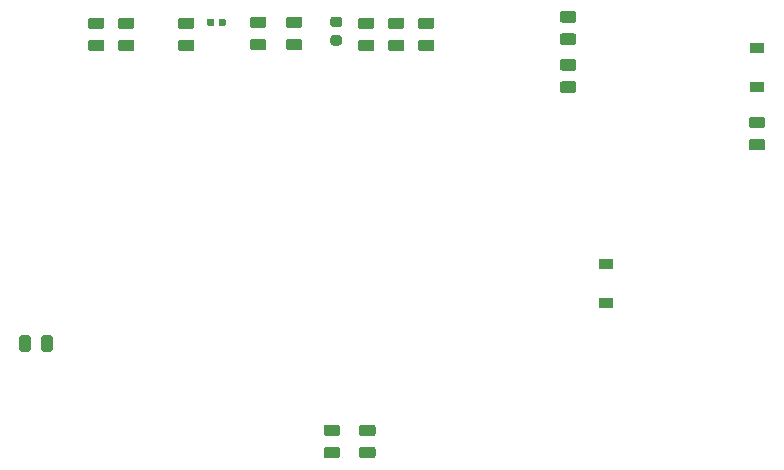
<source format=gbr>
G04 #@! TF.GenerationSoftware,KiCad,Pcbnew,(5.1.5)-3*
G04 #@! TF.CreationDate,2021-12-13T15:39:07+00:00*
G04 #@! TF.ProjectId,drumkid,6472756d-6b69-4642-9e6b-696361645f70,rev?*
G04 #@! TF.SameCoordinates,Original*
G04 #@! TF.FileFunction,Paste,Bot*
G04 #@! TF.FilePolarity,Positive*
%FSLAX46Y46*%
G04 Gerber Fmt 4.6, Leading zero omitted, Abs format (unit mm)*
G04 Created by KiCad (PCBNEW (5.1.5)-3) date 2021-12-13 15:39:07*
%MOMM*%
%LPD*%
G04 APERTURE LIST*
%ADD10C,0.100000*%
%ADD11R,1.200000X0.900000*%
G04 APERTURE END LIST*
D10*
G36*
X74140142Y-113989174D02*
G01*
X74163803Y-113992684D01*
X74187007Y-113998496D01*
X74209529Y-114006554D01*
X74231153Y-114016782D01*
X74251670Y-114029079D01*
X74270883Y-114043329D01*
X74288607Y-114059393D01*
X74304671Y-114077117D01*
X74318921Y-114096330D01*
X74331218Y-114116847D01*
X74341446Y-114138471D01*
X74349504Y-114160993D01*
X74355316Y-114184197D01*
X74358826Y-114207858D01*
X74360000Y-114231750D01*
X74360000Y-114719250D01*
X74358826Y-114743142D01*
X74355316Y-114766803D01*
X74349504Y-114790007D01*
X74341446Y-114812529D01*
X74331218Y-114834153D01*
X74318921Y-114854670D01*
X74304671Y-114873883D01*
X74288607Y-114891607D01*
X74270883Y-114907671D01*
X74251670Y-114921921D01*
X74231153Y-114934218D01*
X74209529Y-114944446D01*
X74187007Y-114952504D01*
X74163803Y-114958316D01*
X74140142Y-114961826D01*
X74116250Y-114963000D01*
X73203750Y-114963000D01*
X73179858Y-114961826D01*
X73156197Y-114958316D01*
X73132993Y-114952504D01*
X73110471Y-114944446D01*
X73088847Y-114934218D01*
X73068330Y-114921921D01*
X73049117Y-114907671D01*
X73031393Y-114891607D01*
X73015329Y-114873883D01*
X73001079Y-114854670D01*
X72988782Y-114834153D01*
X72978554Y-114812529D01*
X72970496Y-114790007D01*
X72964684Y-114766803D01*
X72961174Y-114743142D01*
X72960000Y-114719250D01*
X72960000Y-114231750D01*
X72961174Y-114207858D01*
X72964684Y-114184197D01*
X72970496Y-114160993D01*
X72978554Y-114138471D01*
X72988782Y-114116847D01*
X73001079Y-114096330D01*
X73015329Y-114077117D01*
X73031393Y-114059393D01*
X73049117Y-114043329D01*
X73068330Y-114029079D01*
X73088847Y-114016782D01*
X73110471Y-114006554D01*
X73132993Y-113998496D01*
X73156197Y-113992684D01*
X73179858Y-113989174D01*
X73203750Y-113988000D01*
X74116250Y-113988000D01*
X74140142Y-113989174D01*
G37*
G36*
X74140142Y-112114174D02*
G01*
X74163803Y-112117684D01*
X74187007Y-112123496D01*
X74209529Y-112131554D01*
X74231153Y-112141782D01*
X74251670Y-112154079D01*
X74270883Y-112168329D01*
X74288607Y-112184393D01*
X74304671Y-112202117D01*
X74318921Y-112221330D01*
X74331218Y-112241847D01*
X74341446Y-112263471D01*
X74349504Y-112285993D01*
X74355316Y-112309197D01*
X74358826Y-112332858D01*
X74360000Y-112356750D01*
X74360000Y-112844250D01*
X74358826Y-112868142D01*
X74355316Y-112891803D01*
X74349504Y-112915007D01*
X74341446Y-112937529D01*
X74331218Y-112959153D01*
X74318921Y-112979670D01*
X74304671Y-112998883D01*
X74288607Y-113016607D01*
X74270883Y-113032671D01*
X74251670Y-113046921D01*
X74231153Y-113059218D01*
X74209529Y-113069446D01*
X74187007Y-113077504D01*
X74163803Y-113083316D01*
X74140142Y-113086826D01*
X74116250Y-113088000D01*
X73203750Y-113088000D01*
X73179858Y-113086826D01*
X73156197Y-113083316D01*
X73132993Y-113077504D01*
X73110471Y-113069446D01*
X73088847Y-113059218D01*
X73068330Y-113046921D01*
X73049117Y-113032671D01*
X73031393Y-113016607D01*
X73015329Y-112998883D01*
X73001079Y-112979670D01*
X72988782Y-112959153D01*
X72978554Y-112937529D01*
X72970496Y-112915007D01*
X72964684Y-112891803D01*
X72961174Y-112868142D01*
X72960000Y-112844250D01*
X72960000Y-112356750D01*
X72961174Y-112332858D01*
X72964684Y-112309197D01*
X72970496Y-112285993D01*
X72978554Y-112263471D01*
X72988782Y-112241847D01*
X73001079Y-112221330D01*
X73015329Y-112202117D01*
X73031393Y-112184393D01*
X73049117Y-112168329D01*
X73068330Y-112154079D01*
X73088847Y-112141782D01*
X73110471Y-112131554D01*
X73132993Y-112123496D01*
X73156197Y-112117684D01*
X73179858Y-112114174D01*
X73203750Y-112113000D01*
X74116250Y-112113000D01*
X74140142Y-112114174D01*
G37*
G36*
X83284142Y-112035674D02*
G01*
X83307803Y-112039184D01*
X83331007Y-112044996D01*
X83353529Y-112053054D01*
X83375153Y-112063282D01*
X83395670Y-112075579D01*
X83414883Y-112089829D01*
X83432607Y-112105893D01*
X83448671Y-112123617D01*
X83462921Y-112142830D01*
X83475218Y-112163347D01*
X83485446Y-112184971D01*
X83493504Y-112207493D01*
X83499316Y-112230697D01*
X83502826Y-112254358D01*
X83504000Y-112278250D01*
X83504000Y-112765750D01*
X83502826Y-112789642D01*
X83499316Y-112813303D01*
X83493504Y-112836507D01*
X83485446Y-112859029D01*
X83475218Y-112880653D01*
X83462921Y-112901170D01*
X83448671Y-112920383D01*
X83432607Y-112938107D01*
X83414883Y-112954171D01*
X83395670Y-112968421D01*
X83375153Y-112980718D01*
X83353529Y-112990946D01*
X83331007Y-112999004D01*
X83307803Y-113004816D01*
X83284142Y-113008326D01*
X83260250Y-113009500D01*
X82347750Y-113009500D01*
X82323858Y-113008326D01*
X82300197Y-113004816D01*
X82276993Y-112999004D01*
X82254471Y-112990946D01*
X82232847Y-112980718D01*
X82212330Y-112968421D01*
X82193117Y-112954171D01*
X82175393Y-112938107D01*
X82159329Y-112920383D01*
X82145079Y-112901170D01*
X82132782Y-112880653D01*
X82122554Y-112859029D01*
X82114496Y-112836507D01*
X82108684Y-112813303D01*
X82105174Y-112789642D01*
X82104000Y-112765750D01*
X82104000Y-112278250D01*
X82105174Y-112254358D01*
X82108684Y-112230697D01*
X82114496Y-112207493D01*
X82122554Y-112184971D01*
X82132782Y-112163347D01*
X82145079Y-112142830D01*
X82159329Y-112123617D01*
X82175393Y-112105893D01*
X82193117Y-112089829D01*
X82212330Y-112075579D01*
X82232847Y-112063282D01*
X82254471Y-112053054D01*
X82276993Y-112044996D01*
X82300197Y-112039184D01*
X82323858Y-112035674D01*
X82347750Y-112034500D01*
X83260250Y-112034500D01*
X83284142Y-112035674D01*
G37*
G36*
X83284142Y-113910674D02*
G01*
X83307803Y-113914184D01*
X83331007Y-113919996D01*
X83353529Y-113928054D01*
X83375153Y-113938282D01*
X83395670Y-113950579D01*
X83414883Y-113964829D01*
X83432607Y-113980893D01*
X83448671Y-113998617D01*
X83462921Y-114017830D01*
X83475218Y-114038347D01*
X83485446Y-114059971D01*
X83493504Y-114082493D01*
X83499316Y-114105697D01*
X83502826Y-114129358D01*
X83504000Y-114153250D01*
X83504000Y-114640750D01*
X83502826Y-114664642D01*
X83499316Y-114688303D01*
X83493504Y-114711507D01*
X83485446Y-114734029D01*
X83475218Y-114755653D01*
X83462921Y-114776170D01*
X83448671Y-114795383D01*
X83432607Y-114813107D01*
X83414883Y-114829171D01*
X83395670Y-114843421D01*
X83375153Y-114855718D01*
X83353529Y-114865946D01*
X83331007Y-114874004D01*
X83307803Y-114879816D01*
X83284142Y-114883326D01*
X83260250Y-114884500D01*
X82347750Y-114884500D01*
X82323858Y-114883326D01*
X82300197Y-114879816D01*
X82276993Y-114874004D01*
X82254471Y-114865946D01*
X82232847Y-114855718D01*
X82212330Y-114843421D01*
X82193117Y-114829171D01*
X82175393Y-114813107D01*
X82159329Y-114795383D01*
X82145079Y-114776170D01*
X82132782Y-114755653D01*
X82122554Y-114734029D01*
X82114496Y-114711507D01*
X82108684Y-114688303D01*
X82105174Y-114664642D01*
X82104000Y-114640750D01*
X82104000Y-114153250D01*
X82105174Y-114129358D01*
X82108684Y-114105697D01*
X82114496Y-114082493D01*
X82122554Y-114059971D01*
X82132782Y-114038347D01*
X82145079Y-114017830D01*
X82159329Y-113998617D01*
X82175393Y-113980893D01*
X82193117Y-113964829D01*
X82212330Y-113950579D01*
X82232847Y-113938282D01*
X82254471Y-113928054D01*
X82276993Y-113919996D01*
X82300197Y-113914184D01*
X82323858Y-113910674D01*
X82347750Y-113909500D01*
X83260250Y-113909500D01*
X83284142Y-113910674D01*
G37*
G36*
X80236142Y-113910674D02*
G01*
X80259803Y-113914184D01*
X80283007Y-113919996D01*
X80305529Y-113928054D01*
X80327153Y-113938282D01*
X80347670Y-113950579D01*
X80366883Y-113964829D01*
X80384607Y-113980893D01*
X80400671Y-113998617D01*
X80414921Y-114017830D01*
X80427218Y-114038347D01*
X80437446Y-114059971D01*
X80445504Y-114082493D01*
X80451316Y-114105697D01*
X80454826Y-114129358D01*
X80456000Y-114153250D01*
X80456000Y-114640750D01*
X80454826Y-114664642D01*
X80451316Y-114688303D01*
X80445504Y-114711507D01*
X80437446Y-114734029D01*
X80427218Y-114755653D01*
X80414921Y-114776170D01*
X80400671Y-114795383D01*
X80384607Y-114813107D01*
X80366883Y-114829171D01*
X80347670Y-114843421D01*
X80327153Y-114855718D01*
X80305529Y-114865946D01*
X80283007Y-114874004D01*
X80259803Y-114879816D01*
X80236142Y-114883326D01*
X80212250Y-114884500D01*
X79299750Y-114884500D01*
X79275858Y-114883326D01*
X79252197Y-114879816D01*
X79228993Y-114874004D01*
X79206471Y-114865946D01*
X79184847Y-114855718D01*
X79164330Y-114843421D01*
X79145117Y-114829171D01*
X79127393Y-114813107D01*
X79111329Y-114795383D01*
X79097079Y-114776170D01*
X79084782Y-114755653D01*
X79074554Y-114734029D01*
X79066496Y-114711507D01*
X79060684Y-114688303D01*
X79057174Y-114664642D01*
X79056000Y-114640750D01*
X79056000Y-114153250D01*
X79057174Y-114129358D01*
X79060684Y-114105697D01*
X79066496Y-114082493D01*
X79074554Y-114059971D01*
X79084782Y-114038347D01*
X79097079Y-114017830D01*
X79111329Y-113998617D01*
X79127393Y-113980893D01*
X79145117Y-113964829D01*
X79164330Y-113950579D01*
X79184847Y-113938282D01*
X79206471Y-113928054D01*
X79228993Y-113919996D01*
X79252197Y-113914184D01*
X79275858Y-113910674D01*
X79299750Y-113909500D01*
X80212250Y-113909500D01*
X80236142Y-113910674D01*
G37*
G36*
X80236142Y-112035674D02*
G01*
X80259803Y-112039184D01*
X80283007Y-112044996D01*
X80305529Y-112053054D01*
X80327153Y-112063282D01*
X80347670Y-112075579D01*
X80366883Y-112089829D01*
X80384607Y-112105893D01*
X80400671Y-112123617D01*
X80414921Y-112142830D01*
X80427218Y-112163347D01*
X80437446Y-112184971D01*
X80445504Y-112207493D01*
X80451316Y-112230697D01*
X80454826Y-112254358D01*
X80456000Y-112278250D01*
X80456000Y-112765750D01*
X80454826Y-112789642D01*
X80451316Y-112813303D01*
X80445504Y-112836507D01*
X80437446Y-112859029D01*
X80427218Y-112880653D01*
X80414921Y-112901170D01*
X80400671Y-112920383D01*
X80384607Y-112938107D01*
X80366883Y-112954171D01*
X80347670Y-112968421D01*
X80327153Y-112980718D01*
X80305529Y-112990946D01*
X80283007Y-112999004D01*
X80259803Y-113004816D01*
X80236142Y-113008326D01*
X80212250Y-113009500D01*
X79299750Y-113009500D01*
X79275858Y-113008326D01*
X79252197Y-113004816D01*
X79228993Y-112999004D01*
X79206471Y-112990946D01*
X79184847Y-112980718D01*
X79164330Y-112968421D01*
X79145117Y-112954171D01*
X79127393Y-112938107D01*
X79111329Y-112920383D01*
X79097079Y-112901170D01*
X79084782Y-112880653D01*
X79074554Y-112859029D01*
X79066496Y-112836507D01*
X79060684Y-112813303D01*
X79057174Y-112789642D01*
X79056000Y-112765750D01*
X79056000Y-112278250D01*
X79057174Y-112254358D01*
X79060684Y-112230697D01*
X79066496Y-112207493D01*
X79074554Y-112184971D01*
X79084782Y-112163347D01*
X79097079Y-112142830D01*
X79111329Y-112123617D01*
X79127393Y-112105893D01*
X79145117Y-112089829D01*
X79164330Y-112075579D01*
X79184847Y-112063282D01*
X79206471Y-112053054D01*
X79228993Y-112044996D01*
X79252197Y-112039184D01*
X79275858Y-112035674D01*
X79299750Y-112034500D01*
X80212250Y-112034500D01*
X80236142Y-112035674D01*
G37*
G36*
X89480142Y-148451174D02*
G01*
X89503803Y-148454684D01*
X89527007Y-148460496D01*
X89549529Y-148468554D01*
X89571153Y-148478782D01*
X89591670Y-148491079D01*
X89610883Y-148505329D01*
X89628607Y-148521393D01*
X89644671Y-148539117D01*
X89658921Y-148558330D01*
X89671218Y-148578847D01*
X89681446Y-148600471D01*
X89689504Y-148622993D01*
X89695316Y-148646197D01*
X89698826Y-148669858D01*
X89700000Y-148693750D01*
X89700000Y-149181250D01*
X89698826Y-149205142D01*
X89695316Y-149228803D01*
X89689504Y-149252007D01*
X89681446Y-149274529D01*
X89671218Y-149296153D01*
X89658921Y-149316670D01*
X89644671Y-149335883D01*
X89628607Y-149353607D01*
X89610883Y-149369671D01*
X89591670Y-149383921D01*
X89571153Y-149396218D01*
X89549529Y-149406446D01*
X89527007Y-149414504D01*
X89503803Y-149420316D01*
X89480142Y-149423826D01*
X89456250Y-149425000D01*
X88543750Y-149425000D01*
X88519858Y-149423826D01*
X88496197Y-149420316D01*
X88472993Y-149414504D01*
X88450471Y-149406446D01*
X88428847Y-149396218D01*
X88408330Y-149383921D01*
X88389117Y-149369671D01*
X88371393Y-149353607D01*
X88355329Y-149335883D01*
X88341079Y-149316670D01*
X88328782Y-149296153D01*
X88318554Y-149274529D01*
X88310496Y-149252007D01*
X88304684Y-149228803D01*
X88301174Y-149205142D01*
X88300000Y-149181250D01*
X88300000Y-148693750D01*
X88301174Y-148669858D01*
X88304684Y-148646197D01*
X88310496Y-148622993D01*
X88318554Y-148600471D01*
X88328782Y-148578847D01*
X88341079Y-148558330D01*
X88355329Y-148539117D01*
X88371393Y-148521393D01*
X88389117Y-148505329D01*
X88408330Y-148491079D01*
X88428847Y-148478782D01*
X88450471Y-148468554D01*
X88472993Y-148460496D01*
X88496197Y-148454684D01*
X88519858Y-148451174D01*
X88543750Y-148450000D01*
X89456250Y-148450000D01*
X89480142Y-148451174D01*
G37*
G36*
X89480142Y-146576174D02*
G01*
X89503803Y-146579684D01*
X89527007Y-146585496D01*
X89549529Y-146593554D01*
X89571153Y-146603782D01*
X89591670Y-146616079D01*
X89610883Y-146630329D01*
X89628607Y-146646393D01*
X89644671Y-146664117D01*
X89658921Y-146683330D01*
X89671218Y-146703847D01*
X89681446Y-146725471D01*
X89689504Y-146747993D01*
X89695316Y-146771197D01*
X89698826Y-146794858D01*
X89700000Y-146818750D01*
X89700000Y-147306250D01*
X89698826Y-147330142D01*
X89695316Y-147353803D01*
X89689504Y-147377007D01*
X89681446Y-147399529D01*
X89671218Y-147421153D01*
X89658921Y-147441670D01*
X89644671Y-147460883D01*
X89628607Y-147478607D01*
X89610883Y-147494671D01*
X89591670Y-147508921D01*
X89571153Y-147521218D01*
X89549529Y-147531446D01*
X89527007Y-147539504D01*
X89503803Y-147545316D01*
X89480142Y-147548826D01*
X89456250Y-147550000D01*
X88543750Y-147550000D01*
X88519858Y-147548826D01*
X88496197Y-147545316D01*
X88472993Y-147539504D01*
X88450471Y-147531446D01*
X88428847Y-147521218D01*
X88408330Y-147508921D01*
X88389117Y-147494671D01*
X88371393Y-147478607D01*
X88355329Y-147460883D01*
X88341079Y-147441670D01*
X88328782Y-147421153D01*
X88318554Y-147399529D01*
X88310496Y-147377007D01*
X88304684Y-147353803D01*
X88301174Y-147330142D01*
X88300000Y-147306250D01*
X88300000Y-146818750D01*
X88301174Y-146794858D01*
X88304684Y-146771197D01*
X88310496Y-146747993D01*
X88318554Y-146725471D01*
X88328782Y-146703847D01*
X88341079Y-146683330D01*
X88355329Y-146664117D01*
X88371393Y-146646393D01*
X88389117Y-146630329D01*
X88408330Y-146616079D01*
X88428847Y-146603782D01*
X88450471Y-146593554D01*
X88472993Y-146585496D01*
X88496197Y-146579684D01*
X88519858Y-146576174D01*
X88543750Y-146575000D01*
X89456250Y-146575000D01*
X89480142Y-146576174D01*
G37*
G36*
X86480142Y-148451174D02*
G01*
X86503803Y-148454684D01*
X86527007Y-148460496D01*
X86549529Y-148468554D01*
X86571153Y-148478782D01*
X86591670Y-148491079D01*
X86610883Y-148505329D01*
X86628607Y-148521393D01*
X86644671Y-148539117D01*
X86658921Y-148558330D01*
X86671218Y-148578847D01*
X86681446Y-148600471D01*
X86689504Y-148622993D01*
X86695316Y-148646197D01*
X86698826Y-148669858D01*
X86700000Y-148693750D01*
X86700000Y-149181250D01*
X86698826Y-149205142D01*
X86695316Y-149228803D01*
X86689504Y-149252007D01*
X86681446Y-149274529D01*
X86671218Y-149296153D01*
X86658921Y-149316670D01*
X86644671Y-149335883D01*
X86628607Y-149353607D01*
X86610883Y-149369671D01*
X86591670Y-149383921D01*
X86571153Y-149396218D01*
X86549529Y-149406446D01*
X86527007Y-149414504D01*
X86503803Y-149420316D01*
X86480142Y-149423826D01*
X86456250Y-149425000D01*
X85543750Y-149425000D01*
X85519858Y-149423826D01*
X85496197Y-149420316D01*
X85472993Y-149414504D01*
X85450471Y-149406446D01*
X85428847Y-149396218D01*
X85408330Y-149383921D01*
X85389117Y-149369671D01*
X85371393Y-149353607D01*
X85355329Y-149335883D01*
X85341079Y-149316670D01*
X85328782Y-149296153D01*
X85318554Y-149274529D01*
X85310496Y-149252007D01*
X85304684Y-149228803D01*
X85301174Y-149205142D01*
X85300000Y-149181250D01*
X85300000Y-148693750D01*
X85301174Y-148669858D01*
X85304684Y-148646197D01*
X85310496Y-148622993D01*
X85318554Y-148600471D01*
X85328782Y-148578847D01*
X85341079Y-148558330D01*
X85355329Y-148539117D01*
X85371393Y-148521393D01*
X85389117Y-148505329D01*
X85408330Y-148491079D01*
X85428847Y-148478782D01*
X85450471Y-148468554D01*
X85472993Y-148460496D01*
X85496197Y-148454684D01*
X85519858Y-148451174D01*
X85543750Y-148450000D01*
X86456250Y-148450000D01*
X86480142Y-148451174D01*
G37*
G36*
X86480142Y-146576174D02*
G01*
X86503803Y-146579684D01*
X86527007Y-146585496D01*
X86549529Y-146593554D01*
X86571153Y-146603782D01*
X86591670Y-146616079D01*
X86610883Y-146630329D01*
X86628607Y-146646393D01*
X86644671Y-146664117D01*
X86658921Y-146683330D01*
X86671218Y-146703847D01*
X86681446Y-146725471D01*
X86689504Y-146747993D01*
X86695316Y-146771197D01*
X86698826Y-146794858D01*
X86700000Y-146818750D01*
X86700000Y-147306250D01*
X86698826Y-147330142D01*
X86695316Y-147353803D01*
X86689504Y-147377007D01*
X86681446Y-147399529D01*
X86671218Y-147421153D01*
X86658921Y-147441670D01*
X86644671Y-147460883D01*
X86628607Y-147478607D01*
X86610883Y-147494671D01*
X86591670Y-147508921D01*
X86571153Y-147521218D01*
X86549529Y-147531446D01*
X86527007Y-147539504D01*
X86503803Y-147545316D01*
X86480142Y-147548826D01*
X86456250Y-147550000D01*
X85543750Y-147550000D01*
X85519858Y-147548826D01*
X85496197Y-147545316D01*
X85472993Y-147539504D01*
X85450471Y-147531446D01*
X85428847Y-147521218D01*
X85408330Y-147508921D01*
X85389117Y-147494671D01*
X85371393Y-147478607D01*
X85355329Y-147460883D01*
X85341079Y-147441670D01*
X85328782Y-147421153D01*
X85318554Y-147399529D01*
X85310496Y-147377007D01*
X85304684Y-147353803D01*
X85301174Y-147330142D01*
X85300000Y-147306250D01*
X85300000Y-146818750D01*
X85301174Y-146794858D01*
X85304684Y-146771197D01*
X85310496Y-146747993D01*
X85318554Y-146725471D01*
X85328782Y-146703847D01*
X85341079Y-146683330D01*
X85355329Y-146664117D01*
X85371393Y-146646393D01*
X85389117Y-146630329D01*
X85408330Y-146616079D01*
X85428847Y-146603782D01*
X85450471Y-146593554D01*
X85472993Y-146585496D01*
X85496197Y-146579684D01*
X85519858Y-146576174D01*
X85543750Y-146575000D01*
X86456250Y-146575000D01*
X86480142Y-146576174D01*
G37*
G36*
X106480142Y-113451174D02*
G01*
X106503803Y-113454684D01*
X106527007Y-113460496D01*
X106549529Y-113468554D01*
X106571153Y-113478782D01*
X106591670Y-113491079D01*
X106610883Y-113505329D01*
X106628607Y-113521393D01*
X106644671Y-113539117D01*
X106658921Y-113558330D01*
X106671218Y-113578847D01*
X106681446Y-113600471D01*
X106689504Y-113622993D01*
X106695316Y-113646197D01*
X106698826Y-113669858D01*
X106700000Y-113693750D01*
X106700000Y-114181250D01*
X106698826Y-114205142D01*
X106695316Y-114228803D01*
X106689504Y-114252007D01*
X106681446Y-114274529D01*
X106671218Y-114296153D01*
X106658921Y-114316670D01*
X106644671Y-114335883D01*
X106628607Y-114353607D01*
X106610883Y-114369671D01*
X106591670Y-114383921D01*
X106571153Y-114396218D01*
X106549529Y-114406446D01*
X106527007Y-114414504D01*
X106503803Y-114420316D01*
X106480142Y-114423826D01*
X106456250Y-114425000D01*
X105543750Y-114425000D01*
X105519858Y-114423826D01*
X105496197Y-114420316D01*
X105472993Y-114414504D01*
X105450471Y-114406446D01*
X105428847Y-114396218D01*
X105408330Y-114383921D01*
X105389117Y-114369671D01*
X105371393Y-114353607D01*
X105355329Y-114335883D01*
X105341079Y-114316670D01*
X105328782Y-114296153D01*
X105318554Y-114274529D01*
X105310496Y-114252007D01*
X105304684Y-114228803D01*
X105301174Y-114205142D01*
X105300000Y-114181250D01*
X105300000Y-113693750D01*
X105301174Y-113669858D01*
X105304684Y-113646197D01*
X105310496Y-113622993D01*
X105318554Y-113600471D01*
X105328782Y-113578847D01*
X105341079Y-113558330D01*
X105355329Y-113539117D01*
X105371393Y-113521393D01*
X105389117Y-113505329D01*
X105408330Y-113491079D01*
X105428847Y-113478782D01*
X105450471Y-113468554D01*
X105472993Y-113460496D01*
X105496197Y-113454684D01*
X105519858Y-113451174D01*
X105543750Y-113450000D01*
X106456250Y-113450000D01*
X106480142Y-113451174D01*
G37*
G36*
X106480142Y-111576174D02*
G01*
X106503803Y-111579684D01*
X106527007Y-111585496D01*
X106549529Y-111593554D01*
X106571153Y-111603782D01*
X106591670Y-111616079D01*
X106610883Y-111630329D01*
X106628607Y-111646393D01*
X106644671Y-111664117D01*
X106658921Y-111683330D01*
X106671218Y-111703847D01*
X106681446Y-111725471D01*
X106689504Y-111747993D01*
X106695316Y-111771197D01*
X106698826Y-111794858D01*
X106700000Y-111818750D01*
X106700000Y-112306250D01*
X106698826Y-112330142D01*
X106695316Y-112353803D01*
X106689504Y-112377007D01*
X106681446Y-112399529D01*
X106671218Y-112421153D01*
X106658921Y-112441670D01*
X106644671Y-112460883D01*
X106628607Y-112478607D01*
X106610883Y-112494671D01*
X106591670Y-112508921D01*
X106571153Y-112521218D01*
X106549529Y-112531446D01*
X106527007Y-112539504D01*
X106503803Y-112545316D01*
X106480142Y-112548826D01*
X106456250Y-112550000D01*
X105543750Y-112550000D01*
X105519858Y-112548826D01*
X105496197Y-112545316D01*
X105472993Y-112539504D01*
X105450471Y-112531446D01*
X105428847Y-112521218D01*
X105408330Y-112508921D01*
X105389117Y-112494671D01*
X105371393Y-112478607D01*
X105355329Y-112460883D01*
X105341079Y-112441670D01*
X105328782Y-112421153D01*
X105318554Y-112399529D01*
X105310496Y-112377007D01*
X105304684Y-112353803D01*
X105301174Y-112330142D01*
X105300000Y-112306250D01*
X105300000Y-111818750D01*
X105301174Y-111794858D01*
X105304684Y-111771197D01*
X105310496Y-111747993D01*
X105318554Y-111725471D01*
X105328782Y-111703847D01*
X105341079Y-111683330D01*
X105355329Y-111664117D01*
X105371393Y-111646393D01*
X105389117Y-111630329D01*
X105408330Y-111616079D01*
X105428847Y-111603782D01*
X105450471Y-111593554D01*
X105472993Y-111585496D01*
X105496197Y-111579684D01*
X105519858Y-111576174D01*
X105543750Y-111575000D01*
X106456250Y-111575000D01*
X106480142Y-111576174D01*
G37*
G36*
X106480142Y-115638674D02*
G01*
X106503803Y-115642184D01*
X106527007Y-115647996D01*
X106549529Y-115656054D01*
X106571153Y-115666282D01*
X106591670Y-115678579D01*
X106610883Y-115692829D01*
X106628607Y-115708893D01*
X106644671Y-115726617D01*
X106658921Y-115745830D01*
X106671218Y-115766347D01*
X106681446Y-115787971D01*
X106689504Y-115810493D01*
X106695316Y-115833697D01*
X106698826Y-115857358D01*
X106700000Y-115881250D01*
X106700000Y-116368750D01*
X106698826Y-116392642D01*
X106695316Y-116416303D01*
X106689504Y-116439507D01*
X106681446Y-116462029D01*
X106671218Y-116483653D01*
X106658921Y-116504170D01*
X106644671Y-116523383D01*
X106628607Y-116541107D01*
X106610883Y-116557171D01*
X106591670Y-116571421D01*
X106571153Y-116583718D01*
X106549529Y-116593946D01*
X106527007Y-116602004D01*
X106503803Y-116607816D01*
X106480142Y-116611326D01*
X106456250Y-116612500D01*
X105543750Y-116612500D01*
X105519858Y-116611326D01*
X105496197Y-116607816D01*
X105472993Y-116602004D01*
X105450471Y-116593946D01*
X105428847Y-116583718D01*
X105408330Y-116571421D01*
X105389117Y-116557171D01*
X105371393Y-116541107D01*
X105355329Y-116523383D01*
X105341079Y-116504170D01*
X105328782Y-116483653D01*
X105318554Y-116462029D01*
X105310496Y-116439507D01*
X105304684Y-116416303D01*
X105301174Y-116392642D01*
X105300000Y-116368750D01*
X105300000Y-115881250D01*
X105301174Y-115857358D01*
X105304684Y-115833697D01*
X105310496Y-115810493D01*
X105318554Y-115787971D01*
X105328782Y-115766347D01*
X105341079Y-115745830D01*
X105355329Y-115726617D01*
X105371393Y-115708893D01*
X105389117Y-115692829D01*
X105408330Y-115678579D01*
X105428847Y-115666282D01*
X105450471Y-115656054D01*
X105472993Y-115647996D01*
X105496197Y-115642184D01*
X105519858Y-115638674D01*
X105543750Y-115637500D01*
X106456250Y-115637500D01*
X106480142Y-115638674D01*
G37*
G36*
X106480142Y-117513674D02*
G01*
X106503803Y-117517184D01*
X106527007Y-117522996D01*
X106549529Y-117531054D01*
X106571153Y-117541282D01*
X106591670Y-117553579D01*
X106610883Y-117567829D01*
X106628607Y-117583893D01*
X106644671Y-117601617D01*
X106658921Y-117620830D01*
X106671218Y-117641347D01*
X106681446Y-117662971D01*
X106689504Y-117685493D01*
X106695316Y-117708697D01*
X106698826Y-117732358D01*
X106700000Y-117756250D01*
X106700000Y-118243750D01*
X106698826Y-118267642D01*
X106695316Y-118291303D01*
X106689504Y-118314507D01*
X106681446Y-118337029D01*
X106671218Y-118358653D01*
X106658921Y-118379170D01*
X106644671Y-118398383D01*
X106628607Y-118416107D01*
X106610883Y-118432171D01*
X106591670Y-118446421D01*
X106571153Y-118458718D01*
X106549529Y-118468946D01*
X106527007Y-118477004D01*
X106503803Y-118482816D01*
X106480142Y-118486326D01*
X106456250Y-118487500D01*
X105543750Y-118487500D01*
X105519858Y-118486326D01*
X105496197Y-118482816D01*
X105472993Y-118477004D01*
X105450471Y-118468946D01*
X105428847Y-118458718D01*
X105408330Y-118446421D01*
X105389117Y-118432171D01*
X105371393Y-118416107D01*
X105355329Y-118398383D01*
X105341079Y-118379170D01*
X105328782Y-118358653D01*
X105318554Y-118337029D01*
X105310496Y-118314507D01*
X105304684Y-118291303D01*
X105301174Y-118267642D01*
X105300000Y-118243750D01*
X105300000Y-117756250D01*
X105301174Y-117732358D01*
X105304684Y-117708697D01*
X105310496Y-117685493D01*
X105318554Y-117662971D01*
X105328782Y-117641347D01*
X105341079Y-117620830D01*
X105355329Y-117601617D01*
X105371393Y-117583893D01*
X105389117Y-117567829D01*
X105408330Y-117553579D01*
X105428847Y-117541282D01*
X105450471Y-117531054D01*
X105472993Y-117522996D01*
X105496197Y-117517184D01*
X105519858Y-117513674D01*
X105543750Y-117512500D01*
X106456250Y-117512500D01*
X106480142Y-117513674D01*
G37*
G36*
X122480142Y-120513674D02*
G01*
X122503803Y-120517184D01*
X122527007Y-120522996D01*
X122549529Y-120531054D01*
X122571153Y-120541282D01*
X122591670Y-120553579D01*
X122610883Y-120567829D01*
X122628607Y-120583893D01*
X122644671Y-120601617D01*
X122658921Y-120620830D01*
X122671218Y-120641347D01*
X122681446Y-120662971D01*
X122689504Y-120685493D01*
X122695316Y-120708697D01*
X122698826Y-120732358D01*
X122700000Y-120756250D01*
X122700000Y-121243750D01*
X122698826Y-121267642D01*
X122695316Y-121291303D01*
X122689504Y-121314507D01*
X122681446Y-121337029D01*
X122671218Y-121358653D01*
X122658921Y-121379170D01*
X122644671Y-121398383D01*
X122628607Y-121416107D01*
X122610883Y-121432171D01*
X122591670Y-121446421D01*
X122571153Y-121458718D01*
X122549529Y-121468946D01*
X122527007Y-121477004D01*
X122503803Y-121482816D01*
X122480142Y-121486326D01*
X122456250Y-121487500D01*
X121543750Y-121487500D01*
X121519858Y-121486326D01*
X121496197Y-121482816D01*
X121472993Y-121477004D01*
X121450471Y-121468946D01*
X121428847Y-121458718D01*
X121408330Y-121446421D01*
X121389117Y-121432171D01*
X121371393Y-121416107D01*
X121355329Y-121398383D01*
X121341079Y-121379170D01*
X121328782Y-121358653D01*
X121318554Y-121337029D01*
X121310496Y-121314507D01*
X121304684Y-121291303D01*
X121301174Y-121267642D01*
X121300000Y-121243750D01*
X121300000Y-120756250D01*
X121301174Y-120732358D01*
X121304684Y-120708697D01*
X121310496Y-120685493D01*
X121318554Y-120662971D01*
X121328782Y-120641347D01*
X121341079Y-120620830D01*
X121355329Y-120601617D01*
X121371393Y-120583893D01*
X121389117Y-120567829D01*
X121408330Y-120553579D01*
X121428847Y-120541282D01*
X121450471Y-120531054D01*
X121472993Y-120522996D01*
X121496197Y-120517184D01*
X121519858Y-120513674D01*
X121543750Y-120512500D01*
X122456250Y-120512500D01*
X122480142Y-120513674D01*
G37*
G36*
X122480142Y-122388674D02*
G01*
X122503803Y-122392184D01*
X122527007Y-122397996D01*
X122549529Y-122406054D01*
X122571153Y-122416282D01*
X122591670Y-122428579D01*
X122610883Y-122442829D01*
X122628607Y-122458893D01*
X122644671Y-122476617D01*
X122658921Y-122495830D01*
X122671218Y-122516347D01*
X122681446Y-122537971D01*
X122689504Y-122560493D01*
X122695316Y-122583697D01*
X122698826Y-122607358D01*
X122700000Y-122631250D01*
X122700000Y-123118750D01*
X122698826Y-123142642D01*
X122695316Y-123166303D01*
X122689504Y-123189507D01*
X122681446Y-123212029D01*
X122671218Y-123233653D01*
X122658921Y-123254170D01*
X122644671Y-123273383D01*
X122628607Y-123291107D01*
X122610883Y-123307171D01*
X122591670Y-123321421D01*
X122571153Y-123333718D01*
X122549529Y-123343946D01*
X122527007Y-123352004D01*
X122503803Y-123357816D01*
X122480142Y-123361326D01*
X122456250Y-123362500D01*
X121543750Y-123362500D01*
X121519858Y-123361326D01*
X121496197Y-123357816D01*
X121472993Y-123352004D01*
X121450471Y-123343946D01*
X121428847Y-123333718D01*
X121408330Y-123321421D01*
X121389117Y-123307171D01*
X121371393Y-123291107D01*
X121355329Y-123273383D01*
X121341079Y-123254170D01*
X121328782Y-123233653D01*
X121318554Y-123212029D01*
X121310496Y-123189507D01*
X121304684Y-123166303D01*
X121301174Y-123142642D01*
X121300000Y-123118750D01*
X121300000Y-122631250D01*
X121301174Y-122607358D01*
X121304684Y-122583697D01*
X121310496Y-122560493D01*
X121318554Y-122537971D01*
X121328782Y-122516347D01*
X121341079Y-122495830D01*
X121355329Y-122476617D01*
X121371393Y-122458893D01*
X121389117Y-122442829D01*
X121408330Y-122428579D01*
X121428847Y-122416282D01*
X121450471Y-122406054D01*
X121472993Y-122397996D01*
X121496197Y-122392184D01*
X121519858Y-122388674D01*
X121543750Y-122387500D01*
X122456250Y-122387500D01*
X122480142Y-122388674D01*
G37*
G36*
X62165142Y-139001174D02*
G01*
X62188803Y-139004684D01*
X62212007Y-139010496D01*
X62234529Y-139018554D01*
X62256153Y-139028782D01*
X62276670Y-139041079D01*
X62295883Y-139055329D01*
X62313607Y-139071393D01*
X62329671Y-139089117D01*
X62343921Y-139108330D01*
X62356218Y-139128847D01*
X62366446Y-139150471D01*
X62374504Y-139172993D01*
X62380316Y-139196197D01*
X62383826Y-139219858D01*
X62385000Y-139243750D01*
X62385000Y-140156250D01*
X62383826Y-140180142D01*
X62380316Y-140203803D01*
X62374504Y-140227007D01*
X62366446Y-140249529D01*
X62356218Y-140271153D01*
X62343921Y-140291670D01*
X62329671Y-140310883D01*
X62313607Y-140328607D01*
X62295883Y-140344671D01*
X62276670Y-140358921D01*
X62256153Y-140371218D01*
X62234529Y-140381446D01*
X62212007Y-140389504D01*
X62188803Y-140395316D01*
X62165142Y-140398826D01*
X62141250Y-140400000D01*
X61653750Y-140400000D01*
X61629858Y-140398826D01*
X61606197Y-140395316D01*
X61582993Y-140389504D01*
X61560471Y-140381446D01*
X61538847Y-140371218D01*
X61518330Y-140358921D01*
X61499117Y-140344671D01*
X61481393Y-140328607D01*
X61465329Y-140310883D01*
X61451079Y-140291670D01*
X61438782Y-140271153D01*
X61428554Y-140249529D01*
X61420496Y-140227007D01*
X61414684Y-140203803D01*
X61411174Y-140180142D01*
X61410000Y-140156250D01*
X61410000Y-139243750D01*
X61411174Y-139219858D01*
X61414684Y-139196197D01*
X61420496Y-139172993D01*
X61428554Y-139150471D01*
X61438782Y-139128847D01*
X61451079Y-139108330D01*
X61465329Y-139089117D01*
X61481393Y-139071393D01*
X61499117Y-139055329D01*
X61518330Y-139041079D01*
X61538847Y-139028782D01*
X61560471Y-139018554D01*
X61582993Y-139010496D01*
X61606197Y-139004684D01*
X61629858Y-139001174D01*
X61653750Y-139000000D01*
X62141250Y-139000000D01*
X62165142Y-139001174D01*
G37*
G36*
X60290142Y-139001174D02*
G01*
X60313803Y-139004684D01*
X60337007Y-139010496D01*
X60359529Y-139018554D01*
X60381153Y-139028782D01*
X60401670Y-139041079D01*
X60420883Y-139055329D01*
X60438607Y-139071393D01*
X60454671Y-139089117D01*
X60468921Y-139108330D01*
X60481218Y-139128847D01*
X60491446Y-139150471D01*
X60499504Y-139172993D01*
X60505316Y-139196197D01*
X60508826Y-139219858D01*
X60510000Y-139243750D01*
X60510000Y-140156250D01*
X60508826Y-140180142D01*
X60505316Y-140203803D01*
X60499504Y-140227007D01*
X60491446Y-140249529D01*
X60481218Y-140271153D01*
X60468921Y-140291670D01*
X60454671Y-140310883D01*
X60438607Y-140328607D01*
X60420883Y-140344671D01*
X60401670Y-140358921D01*
X60381153Y-140371218D01*
X60359529Y-140381446D01*
X60337007Y-140389504D01*
X60313803Y-140395316D01*
X60290142Y-140398826D01*
X60266250Y-140400000D01*
X59778750Y-140400000D01*
X59754858Y-140398826D01*
X59731197Y-140395316D01*
X59707993Y-140389504D01*
X59685471Y-140381446D01*
X59663847Y-140371218D01*
X59643330Y-140358921D01*
X59624117Y-140344671D01*
X59606393Y-140328607D01*
X59590329Y-140310883D01*
X59576079Y-140291670D01*
X59563782Y-140271153D01*
X59553554Y-140249529D01*
X59545496Y-140227007D01*
X59539684Y-140203803D01*
X59536174Y-140180142D01*
X59535000Y-140156250D01*
X59535000Y-139243750D01*
X59536174Y-139219858D01*
X59539684Y-139196197D01*
X59545496Y-139172993D01*
X59553554Y-139150471D01*
X59563782Y-139128847D01*
X59576079Y-139108330D01*
X59590329Y-139089117D01*
X59606393Y-139071393D01*
X59624117Y-139055329D01*
X59643330Y-139041079D01*
X59663847Y-139028782D01*
X59685471Y-139018554D01*
X59707993Y-139010496D01*
X59731197Y-139004684D01*
X59754858Y-139001174D01*
X59778750Y-139000000D01*
X60266250Y-139000000D01*
X60290142Y-139001174D01*
G37*
G36*
X66520142Y-113989174D02*
G01*
X66543803Y-113992684D01*
X66567007Y-113998496D01*
X66589529Y-114006554D01*
X66611153Y-114016782D01*
X66631670Y-114029079D01*
X66650883Y-114043329D01*
X66668607Y-114059393D01*
X66684671Y-114077117D01*
X66698921Y-114096330D01*
X66711218Y-114116847D01*
X66721446Y-114138471D01*
X66729504Y-114160993D01*
X66735316Y-114184197D01*
X66738826Y-114207858D01*
X66740000Y-114231750D01*
X66740000Y-114719250D01*
X66738826Y-114743142D01*
X66735316Y-114766803D01*
X66729504Y-114790007D01*
X66721446Y-114812529D01*
X66711218Y-114834153D01*
X66698921Y-114854670D01*
X66684671Y-114873883D01*
X66668607Y-114891607D01*
X66650883Y-114907671D01*
X66631670Y-114921921D01*
X66611153Y-114934218D01*
X66589529Y-114944446D01*
X66567007Y-114952504D01*
X66543803Y-114958316D01*
X66520142Y-114961826D01*
X66496250Y-114963000D01*
X65583750Y-114963000D01*
X65559858Y-114961826D01*
X65536197Y-114958316D01*
X65512993Y-114952504D01*
X65490471Y-114944446D01*
X65468847Y-114934218D01*
X65448330Y-114921921D01*
X65429117Y-114907671D01*
X65411393Y-114891607D01*
X65395329Y-114873883D01*
X65381079Y-114854670D01*
X65368782Y-114834153D01*
X65358554Y-114812529D01*
X65350496Y-114790007D01*
X65344684Y-114766803D01*
X65341174Y-114743142D01*
X65340000Y-114719250D01*
X65340000Y-114231750D01*
X65341174Y-114207858D01*
X65344684Y-114184197D01*
X65350496Y-114160993D01*
X65358554Y-114138471D01*
X65368782Y-114116847D01*
X65381079Y-114096330D01*
X65395329Y-114077117D01*
X65411393Y-114059393D01*
X65429117Y-114043329D01*
X65448330Y-114029079D01*
X65468847Y-114016782D01*
X65490471Y-114006554D01*
X65512993Y-113998496D01*
X65536197Y-113992684D01*
X65559858Y-113989174D01*
X65583750Y-113988000D01*
X66496250Y-113988000D01*
X66520142Y-113989174D01*
G37*
G36*
X66520142Y-112114174D02*
G01*
X66543803Y-112117684D01*
X66567007Y-112123496D01*
X66589529Y-112131554D01*
X66611153Y-112141782D01*
X66631670Y-112154079D01*
X66650883Y-112168329D01*
X66668607Y-112184393D01*
X66684671Y-112202117D01*
X66698921Y-112221330D01*
X66711218Y-112241847D01*
X66721446Y-112263471D01*
X66729504Y-112285993D01*
X66735316Y-112309197D01*
X66738826Y-112332858D01*
X66740000Y-112356750D01*
X66740000Y-112844250D01*
X66738826Y-112868142D01*
X66735316Y-112891803D01*
X66729504Y-112915007D01*
X66721446Y-112937529D01*
X66711218Y-112959153D01*
X66698921Y-112979670D01*
X66684671Y-112998883D01*
X66668607Y-113016607D01*
X66650883Y-113032671D01*
X66631670Y-113046921D01*
X66611153Y-113059218D01*
X66589529Y-113069446D01*
X66567007Y-113077504D01*
X66543803Y-113083316D01*
X66520142Y-113086826D01*
X66496250Y-113088000D01*
X65583750Y-113088000D01*
X65559858Y-113086826D01*
X65536197Y-113083316D01*
X65512993Y-113077504D01*
X65490471Y-113069446D01*
X65468847Y-113059218D01*
X65448330Y-113046921D01*
X65429117Y-113032671D01*
X65411393Y-113016607D01*
X65395329Y-112998883D01*
X65381079Y-112979670D01*
X65368782Y-112959153D01*
X65358554Y-112937529D01*
X65350496Y-112915007D01*
X65344684Y-112891803D01*
X65341174Y-112868142D01*
X65340000Y-112844250D01*
X65340000Y-112356750D01*
X65341174Y-112332858D01*
X65344684Y-112309197D01*
X65350496Y-112285993D01*
X65358554Y-112263471D01*
X65368782Y-112241847D01*
X65381079Y-112221330D01*
X65395329Y-112202117D01*
X65411393Y-112184393D01*
X65429117Y-112168329D01*
X65448330Y-112154079D01*
X65468847Y-112141782D01*
X65490471Y-112131554D01*
X65512993Y-112123496D01*
X65536197Y-112117684D01*
X65559858Y-112114174D01*
X65583750Y-112113000D01*
X66496250Y-112113000D01*
X66520142Y-112114174D01*
G37*
G36*
X69060142Y-113989174D02*
G01*
X69083803Y-113992684D01*
X69107007Y-113998496D01*
X69129529Y-114006554D01*
X69151153Y-114016782D01*
X69171670Y-114029079D01*
X69190883Y-114043329D01*
X69208607Y-114059393D01*
X69224671Y-114077117D01*
X69238921Y-114096330D01*
X69251218Y-114116847D01*
X69261446Y-114138471D01*
X69269504Y-114160993D01*
X69275316Y-114184197D01*
X69278826Y-114207858D01*
X69280000Y-114231750D01*
X69280000Y-114719250D01*
X69278826Y-114743142D01*
X69275316Y-114766803D01*
X69269504Y-114790007D01*
X69261446Y-114812529D01*
X69251218Y-114834153D01*
X69238921Y-114854670D01*
X69224671Y-114873883D01*
X69208607Y-114891607D01*
X69190883Y-114907671D01*
X69171670Y-114921921D01*
X69151153Y-114934218D01*
X69129529Y-114944446D01*
X69107007Y-114952504D01*
X69083803Y-114958316D01*
X69060142Y-114961826D01*
X69036250Y-114963000D01*
X68123750Y-114963000D01*
X68099858Y-114961826D01*
X68076197Y-114958316D01*
X68052993Y-114952504D01*
X68030471Y-114944446D01*
X68008847Y-114934218D01*
X67988330Y-114921921D01*
X67969117Y-114907671D01*
X67951393Y-114891607D01*
X67935329Y-114873883D01*
X67921079Y-114854670D01*
X67908782Y-114834153D01*
X67898554Y-114812529D01*
X67890496Y-114790007D01*
X67884684Y-114766803D01*
X67881174Y-114743142D01*
X67880000Y-114719250D01*
X67880000Y-114231750D01*
X67881174Y-114207858D01*
X67884684Y-114184197D01*
X67890496Y-114160993D01*
X67898554Y-114138471D01*
X67908782Y-114116847D01*
X67921079Y-114096330D01*
X67935329Y-114077117D01*
X67951393Y-114059393D01*
X67969117Y-114043329D01*
X67988330Y-114029079D01*
X68008847Y-114016782D01*
X68030471Y-114006554D01*
X68052993Y-113998496D01*
X68076197Y-113992684D01*
X68099858Y-113989174D01*
X68123750Y-113988000D01*
X69036250Y-113988000D01*
X69060142Y-113989174D01*
G37*
G36*
X69060142Y-112114174D02*
G01*
X69083803Y-112117684D01*
X69107007Y-112123496D01*
X69129529Y-112131554D01*
X69151153Y-112141782D01*
X69171670Y-112154079D01*
X69190883Y-112168329D01*
X69208607Y-112184393D01*
X69224671Y-112202117D01*
X69238921Y-112221330D01*
X69251218Y-112241847D01*
X69261446Y-112263471D01*
X69269504Y-112285993D01*
X69275316Y-112309197D01*
X69278826Y-112332858D01*
X69280000Y-112356750D01*
X69280000Y-112844250D01*
X69278826Y-112868142D01*
X69275316Y-112891803D01*
X69269504Y-112915007D01*
X69261446Y-112937529D01*
X69251218Y-112959153D01*
X69238921Y-112979670D01*
X69224671Y-112998883D01*
X69208607Y-113016607D01*
X69190883Y-113032671D01*
X69171670Y-113046921D01*
X69151153Y-113059218D01*
X69129529Y-113069446D01*
X69107007Y-113077504D01*
X69083803Y-113083316D01*
X69060142Y-113086826D01*
X69036250Y-113088000D01*
X68123750Y-113088000D01*
X68099858Y-113086826D01*
X68076197Y-113083316D01*
X68052993Y-113077504D01*
X68030471Y-113069446D01*
X68008847Y-113059218D01*
X67988330Y-113046921D01*
X67969117Y-113032671D01*
X67951393Y-113016607D01*
X67935329Y-112998883D01*
X67921079Y-112979670D01*
X67908782Y-112959153D01*
X67898554Y-112937529D01*
X67890496Y-112915007D01*
X67884684Y-112891803D01*
X67881174Y-112868142D01*
X67880000Y-112844250D01*
X67880000Y-112356750D01*
X67881174Y-112332858D01*
X67884684Y-112309197D01*
X67890496Y-112285993D01*
X67898554Y-112263471D01*
X67908782Y-112241847D01*
X67921079Y-112221330D01*
X67935329Y-112202117D01*
X67951393Y-112184393D01*
X67969117Y-112168329D01*
X67988330Y-112154079D01*
X68008847Y-112141782D01*
X68030471Y-112131554D01*
X68052993Y-112123496D01*
X68076197Y-112117684D01*
X68099858Y-112114174D01*
X68123750Y-112113000D01*
X69036250Y-112113000D01*
X69060142Y-112114174D01*
G37*
G36*
X89380142Y-113989174D02*
G01*
X89403803Y-113992684D01*
X89427007Y-113998496D01*
X89449529Y-114006554D01*
X89471153Y-114016782D01*
X89491670Y-114029079D01*
X89510883Y-114043329D01*
X89528607Y-114059393D01*
X89544671Y-114077117D01*
X89558921Y-114096330D01*
X89571218Y-114116847D01*
X89581446Y-114138471D01*
X89589504Y-114160993D01*
X89595316Y-114184197D01*
X89598826Y-114207858D01*
X89600000Y-114231750D01*
X89600000Y-114719250D01*
X89598826Y-114743142D01*
X89595316Y-114766803D01*
X89589504Y-114790007D01*
X89581446Y-114812529D01*
X89571218Y-114834153D01*
X89558921Y-114854670D01*
X89544671Y-114873883D01*
X89528607Y-114891607D01*
X89510883Y-114907671D01*
X89491670Y-114921921D01*
X89471153Y-114934218D01*
X89449529Y-114944446D01*
X89427007Y-114952504D01*
X89403803Y-114958316D01*
X89380142Y-114961826D01*
X89356250Y-114963000D01*
X88443750Y-114963000D01*
X88419858Y-114961826D01*
X88396197Y-114958316D01*
X88372993Y-114952504D01*
X88350471Y-114944446D01*
X88328847Y-114934218D01*
X88308330Y-114921921D01*
X88289117Y-114907671D01*
X88271393Y-114891607D01*
X88255329Y-114873883D01*
X88241079Y-114854670D01*
X88228782Y-114834153D01*
X88218554Y-114812529D01*
X88210496Y-114790007D01*
X88204684Y-114766803D01*
X88201174Y-114743142D01*
X88200000Y-114719250D01*
X88200000Y-114231750D01*
X88201174Y-114207858D01*
X88204684Y-114184197D01*
X88210496Y-114160993D01*
X88218554Y-114138471D01*
X88228782Y-114116847D01*
X88241079Y-114096330D01*
X88255329Y-114077117D01*
X88271393Y-114059393D01*
X88289117Y-114043329D01*
X88308330Y-114029079D01*
X88328847Y-114016782D01*
X88350471Y-114006554D01*
X88372993Y-113998496D01*
X88396197Y-113992684D01*
X88419858Y-113989174D01*
X88443750Y-113988000D01*
X89356250Y-113988000D01*
X89380142Y-113989174D01*
G37*
G36*
X89380142Y-112114174D02*
G01*
X89403803Y-112117684D01*
X89427007Y-112123496D01*
X89449529Y-112131554D01*
X89471153Y-112141782D01*
X89491670Y-112154079D01*
X89510883Y-112168329D01*
X89528607Y-112184393D01*
X89544671Y-112202117D01*
X89558921Y-112221330D01*
X89571218Y-112241847D01*
X89581446Y-112263471D01*
X89589504Y-112285993D01*
X89595316Y-112309197D01*
X89598826Y-112332858D01*
X89600000Y-112356750D01*
X89600000Y-112844250D01*
X89598826Y-112868142D01*
X89595316Y-112891803D01*
X89589504Y-112915007D01*
X89581446Y-112937529D01*
X89571218Y-112959153D01*
X89558921Y-112979670D01*
X89544671Y-112998883D01*
X89528607Y-113016607D01*
X89510883Y-113032671D01*
X89491670Y-113046921D01*
X89471153Y-113059218D01*
X89449529Y-113069446D01*
X89427007Y-113077504D01*
X89403803Y-113083316D01*
X89380142Y-113086826D01*
X89356250Y-113088000D01*
X88443750Y-113088000D01*
X88419858Y-113086826D01*
X88396197Y-113083316D01*
X88372993Y-113077504D01*
X88350471Y-113069446D01*
X88328847Y-113059218D01*
X88308330Y-113046921D01*
X88289117Y-113032671D01*
X88271393Y-113016607D01*
X88255329Y-112998883D01*
X88241079Y-112979670D01*
X88228782Y-112959153D01*
X88218554Y-112937529D01*
X88210496Y-112915007D01*
X88204684Y-112891803D01*
X88201174Y-112868142D01*
X88200000Y-112844250D01*
X88200000Y-112356750D01*
X88201174Y-112332858D01*
X88204684Y-112309197D01*
X88210496Y-112285993D01*
X88218554Y-112263471D01*
X88228782Y-112241847D01*
X88241079Y-112221330D01*
X88255329Y-112202117D01*
X88271393Y-112184393D01*
X88289117Y-112168329D01*
X88308330Y-112154079D01*
X88328847Y-112141782D01*
X88350471Y-112131554D01*
X88372993Y-112123496D01*
X88396197Y-112117684D01*
X88419858Y-112114174D01*
X88443750Y-112113000D01*
X89356250Y-112113000D01*
X89380142Y-112114174D01*
G37*
G36*
X91920142Y-113989174D02*
G01*
X91943803Y-113992684D01*
X91967007Y-113998496D01*
X91989529Y-114006554D01*
X92011153Y-114016782D01*
X92031670Y-114029079D01*
X92050883Y-114043329D01*
X92068607Y-114059393D01*
X92084671Y-114077117D01*
X92098921Y-114096330D01*
X92111218Y-114116847D01*
X92121446Y-114138471D01*
X92129504Y-114160993D01*
X92135316Y-114184197D01*
X92138826Y-114207858D01*
X92140000Y-114231750D01*
X92140000Y-114719250D01*
X92138826Y-114743142D01*
X92135316Y-114766803D01*
X92129504Y-114790007D01*
X92121446Y-114812529D01*
X92111218Y-114834153D01*
X92098921Y-114854670D01*
X92084671Y-114873883D01*
X92068607Y-114891607D01*
X92050883Y-114907671D01*
X92031670Y-114921921D01*
X92011153Y-114934218D01*
X91989529Y-114944446D01*
X91967007Y-114952504D01*
X91943803Y-114958316D01*
X91920142Y-114961826D01*
X91896250Y-114963000D01*
X90983750Y-114963000D01*
X90959858Y-114961826D01*
X90936197Y-114958316D01*
X90912993Y-114952504D01*
X90890471Y-114944446D01*
X90868847Y-114934218D01*
X90848330Y-114921921D01*
X90829117Y-114907671D01*
X90811393Y-114891607D01*
X90795329Y-114873883D01*
X90781079Y-114854670D01*
X90768782Y-114834153D01*
X90758554Y-114812529D01*
X90750496Y-114790007D01*
X90744684Y-114766803D01*
X90741174Y-114743142D01*
X90740000Y-114719250D01*
X90740000Y-114231750D01*
X90741174Y-114207858D01*
X90744684Y-114184197D01*
X90750496Y-114160993D01*
X90758554Y-114138471D01*
X90768782Y-114116847D01*
X90781079Y-114096330D01*
X90795329Y-114077117D01*
X90811393Y-114059393D01*
X90829117Y-114043329D01*
X90848330Y-114029079D01*
X90868847Y-114016782D01*
X90890471Y-114006554D01*
X90912993Y-113998496D01*
X90936197Y-113992684D01*
X90959858Y-113989174D01*
X90983750Y-113988000D01*
X91896250Y-113988000D01*
X91920142Y-113989174D01*
G37*
G36*
X91920142Y-112114174D02*
G01*
X91943803Y-112117684D01*
X91967007Y-112123496D01*
X91989529Y-112131554D01*
X92011153Y-112141782D01*
X92031670Y-112154079D01*
X92050883Y-112168329D01*
X92068607Y-112184393D01*
X92084671Y-112202117D01*
X92098921Y-112221330D01*
X92111218Y-112241847D01*
X92121446Y-112263471D01*
X92129504Y-112285993D01*
X92135316Y-112309197D01*
X92138826Y-112332858D01*
X92140000Y-112356750D01*
X92140000Y-112844250D01*
X92138826Y-112868142D01*
X92135316Y-112891803D01*
X92129504Y-112915007D01*
X92121446Y-112937529D01*
X92111218Y-112959153D01*
X92098921Y-112979670D01*
X92084671Y-112998883D01*
X92068607Y-113016607D01*
X92050883Y-113032671D01*
X92031670Y-113046921D01*
X92011153Y-113059218D01*
X91989529Y-113069446D01*
X91967007Y-113077504D01*
X91943803Y-113083316D01*
X91920142Y-113086826D01*
X91896250Y-113088000D01*
X90983750Y-113088000D01*
X90959858Y-113086826D01*
X90936197Y-113083316D01*
X90912993Y-113077504D01*
X90890471Y-113069446D01*
X90868847Y-113059218D01*
X90848330Y-113046921D01*
X90829117Y-113032671D01*
X90811393Y-113016607D01*
X90795329Y-112998883D01*
X90781079Y-112979670D01*
X90768782Y-112959153D01*
X90758554Y-112937529D01*
X90750496Y-112915007D01*
X90744684Y-112891803D01*
X90741174Y-112868142D01*
X90740000Y-112844250D01*
X90740000Y-112356750D01*
X90741174Y-112332858D01*
X90744684Y-112309197D01*
X90750496Y-112285993D01*
X90758554Y-112263471D01*
X90768782Y-112241847D01*
X90781079Y-112221330D01*
X90795329Y-112202117D01*
X90811393Y-112184393D01*
X90829117Y-112168329D01*
X90848330Y-112154079D01*
X90868847Y-112141782D01*
X90890471Y-112131554D01*
X90912993Y-112123496D01*
X90936197Y-112117684D01*
X90959858Y-112114174D01*
X90983750Y-112113000D01*
X91896250Y-112113000D01*
X91920142Y-112114174D01*
G37*
G36*
X94460142Y-113989174D02*
G01*
X94483803Y-113992684D01*
X94507007Y-113998496D01*
X94529529Y-114006554D01*
X94551153Y-114016782D01*
X94571670Y-114029079D01*
X94590883Y-114043329D01*
X94608607Y-114059393D01*
X94624671Y-114077117D01*
X94638921Y-114096330D01*
X94651218Y-114116847D01*
X94661446Y-114138471D01*
X94669504Y-114160993D01*
X94675316Y-114184197D01*
X94678826Y-114207858D01*
X94680000Y-114231750D01*
X94680000Y-114719250D01*
X94678826Y-114743142D01*
X94675316Y-114766803D01*
X94669504Y-114790007D01*
X94661446Y-114812529D01*
X94651218Y-114834153D01*
X94638921Y-114854670D01*
X94624671Y-114873883D01*
X94608607Y-114891607D01*
X94590883Y-114907671D01*
X94571670Y-114921921D01*
X94551153Y-114934218D01*
X94529529Y-114944446D01*
X94507007Y-114952504D01*
X94483803Y-114958316D01*
X94460142Y-114961826D01*
X94436250Y-114963000D01*
X93523750Y-114963000D01*
X93499858Y-114961826D01*
X93476197Y-114958316D01*
X93452993Y-114952504D01*
X93430471Y-114944446D01*
X93408847Y-114934218D01*
X93388330Y-114921921D01*
X93369117Y-114907671D01*
X93351393Y-114891607D01*
X93335329Y-114873883D01*
X93321079Y-114854670D01*
X93308782Y-114834153D01*
X93298554Y-114812529D01*
X93290496Y-114790007D01*
X93284684Y-114766803D01*
X93281174Y-114743142D01*
X93280000Y-114719250D01*
X93280000Y-114231750D01*
X93281174Y-114207858D01*
X93284684Y-114184197D01*
X93290496Y-114160993D01*
X93298554Y-114138471D01*
X93308782Y-114116847D01*
X93321079Y-114096330D01*
X93335329Y-114077117D01*
X93351393Y-114059393D01*
X93369117Y-114043329D01*
X93388330Y-114029079D01*
X93408847Y-114016782D01*
X93430471Y-114006554D01*
X93452993Y-113998496D01*
X93476197Y-113992684D01*
X93499858Y-113989174D01*
X93523750Y-113988000D01*
X94436250Y-113988000D01*
X94460142Y-113989174D01*
G37*
G36*
X94460142Y-112114174D02*
G01*
X94483803Y-112117684D01*
X94507007Y-112123496D01*
X94529529Y-112131554D01*
X94551153Y-112141782D01*
X94571670Y-112154079D01*
X94590883Y-112168329D01*
X94608607Y-112184393D01*
X94624671Y-112202117D01*
X94638921Y-112221330D01*
X94651218Y-112241847D01*
X94661446Y-112263471D01*
X94669504Y-112285993D01*
X94675316Y-112309197D01*
X94678826Y-112332858D01*
X94680000Y-112356750D01*
X94680000Y-112844250D01*
X94678826Y-112868142D01*
X94675316Y-112891803D01*
X94669504Y-112915007D01*
X94661446Y-112937529D01*
X94651218Y-112959153D01*
X94638921Y-112979670D01*
X94624671Y-112998883D01*
X94608607Y-113016607D01*
X94590883Y-113032671D01*
X94571670Y-113046921D01*
X94551153Y-113059218D01*
X94529529Y-113069446D01*
X94507007Y-113077504D01*
X94483803Y-113083316D01*
X94460142Y-113086826D01*
X94436250Y-113088000D01*
X93523750Y-113088000D01*
X93499858Y-113086826D01*
X93476197Y-113083316D01*
X93452993Y-113077504D01*
X93430471Y-113069446D01*
X93408847Y-113059218D01*
X93388330Y-113046921D01*
X93369117Y-113032671D01*
X93351393Y-113016607D01*
X93335329Y-112998883D01*
X93321079Y-112979670D01*
X93308782Y-112959153D01*
X93298554Y-112937529D01*
X93290496Y-112915007D01*
X93284684Y-112891803D01*
X93281174Y-112868142D01*
X93280000Y-112844250D01*
X93280000Y-112356750D01*
X93281174Y-112332858D01*
X93284684Y-112309197D01*
X93290496Y-112285993D01*
X93298554Y-112263471D01*
X93308782Y-112241847D01*
X93321079Y-112221330D01*
X93335329Y-112202117D01*
X93351393Y-112184393D01*
X93369117Y-112168329D01*
X93388330Y-112154079D01*
X93408847Y-112141782D01*
X93430471Y-112131554D01*
X93452993Y-112123496D01*
X93476197Y-112117684D01*
X93499858Y-112114174D01*
X93523750Y-112113000D01*
X94436250Y-112113000D01*
X94460142Y-112114174D01*
G37*
D11*
X109220000Y-136270000D03*
X109220000Y-132970000D03*
X122000000Y-118000000D03*
X122000000Y-114700000D03*
D10*
G36*
X86637691Y-113609553D02*
G01*
X86658926Y-113612703D01*
X86679750Y-113617919D01*
X86699962Y-113625151D01*
X86719368Y-113634330D01*
X86737781Y-113645366D01*
X86755024Y-113658154D01*
X86770930Y-113672570D01*
X86785346Y-113688476D01*
X86798134Y-113705719D01*
X86809170Y-113724132D01*
X86818349Y-113743538D01*
X86825581Y-113763750D01*
X86830797Y-113784574D01*
X86833947Y-113805809D01*
X86835000Y-113827250D01*
X86835000Y-114264750D01*
X86833947Y-114286191D01*
X86830797Y-114307426D01*
X86825581Y-114328250D01*
X86818349Y-114348462D01*
X86809170Y-114367868D01*
X86798134Y-114386281D01*
X86785346Y-114403524D01*
X86770930Y-114419430D01*
X86755024Y-114433846D01*
X86737781Y-114446634D01*
X86719368Y-114457670D01*
X86699962Y-114466849D01*
X86679750Y-114474081D01*
X86658926Y-114479297D01*
X86637691Y-114482447D01*
X86616250Y-114483500D01*
X86103750Y-114483500D01*
X86082309Y-114482447D01*
X86061074Y-114479297D01*
X86040250Y-114474081D01*
X86020038Y-114466849D01*
X86000632Y-114457670D01*
X85982219Y-114446634D01*
X85964976Y-114433846D01*
X85949070Y-114419430D01*
X85934654Y-114403524D01*
X85921866Y-114386281D01*
X85910830Y-114367868D01*
X85901651Y-114348462D01*
X85894419Y-114328250D01*
X85889203Y-114307426D01*
X85886053Y-114286191D01*
X85885000Y-114264750D01*
X85885000Y-113827250D01*
X85886053Y-113805809D01*
X85889203Y-113784574D01*
X85894419Y-113763750D01*
X85901651Y-113743538D01*
X85910830Y-113724132D01*
X85921866Y-113705719D01*
X85934654Y-113688476D01*
X85949070Y-113672570D01*
X85964976Y-113658154D01*
X85982219Y-113645366D01*
X86000632Y-113634330D01*
X86020038Y-113625151D01*
X86040250Y-113617919D01*
X86061074Y-113612703D01*
X86082309Y-113609553D01*
X86103750Y-113608500D01*
X86616250Y-113608500D01*
X86637691Y-113609553D01*
G37*
G36*
X86637691Y-112034553D02*
G01*
X86658926Y-112037703D01*
X86679750Y-112042919D01*
X86699962Y-112050151D01*
X86719368Y-112059330D01*
X86737781Y-112070366D01*
X86755024Y-112083154D01*
X86770930Y-112097570D01*
X86785346Y-112113476D01*
X86798134Y-112130719D01*
X86809170Y-112149132D01*
X86818349Y-112168538D01*
X86825581Y-112188750D01*
X86830797Y-112209574D01*
X86833947Y-112230809D01*
X86835000Y-112252250D01*
X86835000Y-112689750D01*
X86833947Y-112711191D01*
X86830797Y-112732426D01*
X86825581Y-112753250D01*
X86818349Y-112773462D01*
X86809170Y-112792868D01*
X86798134Y-112811281D01*
X86785346Y-112828524D01*
X86770930Y-112844430D01*
X86755024Y-112858846D01*
X86737781Y-112871634D01*
X86719368Y-112882670D01*
X86699962Y-112891849D01*
X86679750Y-112899081D01*
X86658926Y-112904297D01*
X86637691Y-112907447D01*
X86616250Y-112908500D01*
X86103750Y-112908500D01*
X86082309Y-112907447D01*
X86061074Y-112904297D01*
X86040250Y-112899081D01*
X86020038Y-112891849D01*
X86000632Y-112882670D01*
X85982219Y-112871634D01*
X85964976Y-112858846D01*
X85949070Y-112844430D01*
X85934654Y-112828524D01*
X85921866Y-112811281D01*
X85910830Y-112792868D01*
X85901651Y-112773462D01*
X85894419Y-112753250D01*
X85889203Y-112732426D01*
X85886053Y-112711191D01*
X85885000Y-112689750D01*
X85885000Y-112252250D01*
X85886053Y-112230809D01*
X85889203Y-112209574D01*
X85894419Y-112188750D01*
X85901651Y-112168538D01*
X85910830Y-112149132D01*
X85921866Y-112130719D01*
X85934654Y-112113476D01*
X85949070Y-112097570D01*
X85964976Y-112083154D01*
X85982219Y-112070366D01*
X86000632Y-112059330D01*
X86020038Y-112050151D01*
X86040250Y-112042919D01*
X86061074Y-112037703D01*
X86082309Y-112034553D01*
X86103750Y-112033500D01*
X86616250Y-112033500D01*
X86637691Y-112034553D01*
G37*
G36*
X76869958Y-112202710D02*
G01*
X76884276Y-112204834D01*
X76898317Y-112208351D01*
X76911946Y-112213228D01*
X76925031Y-112219417D01*
X76937447Y-112226858D01*
X76949073Y-112235481D01*
X76959798Y-112245202D01*
X76969519Y-112255927D01*
X76978142Y-112267553D01*
X76985583Y-112279969D01*
X76991772Y-112293054D01*
X76996649Y-112306683D01*
X77000166Y-112320724D01*
X77002290Y-112335042D01*
X77003000Y-112349500D01*
X77003000Y-112694500D01*
X77002290Y-112708958D01*
X77000166Y-112723276D01*
X76996649Y-112737317D01*
X76991772Y-112750946D01*
X76985583Y-112764031D01*
X76978142Y-112776447D01*
X76969519Y-112788073D01*
X76959798Y-112798798D01*
X76949073Y-112808519D01*
X76937447Y-112817142D01*
X76925031Y-112824583D01*
X76911946Y-112830772D01*
X76898317Y-112835649D01*
X76884276Y-112839166D01*
X76869958Y-112841290D01*
X76855500Y-112842000D01*
X76560500Y-112842000D01*
X76546042Y-112841290D01*
X76531724Y-112839166D01*
X76517683Y-112835649D01*
X76504054Y-112830772D01*
X76490969Y-112824583D01*
X76478553Y-112817142D01*
X76466927Y-112808519D01*
X76456202Y-112798798D01*
X76446481Y-112788073D01*
X76437858Y-112776447D01*
X76430417Y-112764031D01*
X76424228Y-112750946D01*
X76419351Y-112737317D01*
X76415834Y-112723276D01*
X76413710Y-112708958D01*
X76413000Y-112694500D01*
X76413000Y-112349500D01*
X76413710Y-112335042D01*
X76415834Y-112320724D01*
X76419351Y-112306683D01*
X76424228Y-112293054D01*
X76430417Y-112279969D01*
X76437858Y-112267553D01*
X76446481Y-112255927D01*
X76456202Y-112245202D01*
X76466927Y-112235481D01*
X76478553Y-112226858D01*
X76490969Y-112219417D01*
X76504054Y-112213228D01*
X76517683Y-112208351D01*
X76531724Y-112204834D01*
X76546042Y-112202710D01*
X76560500Y-112202000D01*
X76855500Y-112202000D01*
X76869958Y-112202710D01*
G37*
G36*
X75899958Y-112202710D02*
G01*
X75914276Y-112204834D01*
X75928317Y-112208351D01*
X75941946Y-112213228D01*
X75955031Y-112219417D01*
X75967447Y-112226858D01*
X75979073Y-112235481D01*
X75989798Y-112245202D01*
X75999519Y-112255927D01*
X76008142Y-112267553D01*
X76015583Y-112279969D01*
X76021772Y-112293054D01*
X76026649Y-112306683D01*
X76030166Y-112320724D01*
X76032290Y-112335042D01*
X76033000Y-112349500D01*
X76033000Y-112694500D01*
X76032290Y-112708958D01*
X76030166Y-112723276D01*
X76026649Y-112737317D01*
X76021772Y-112750946D01*
X76015583Y-112764031D01*
X76008142Y-112776447D01*
X75999519Y-112788073D01*
X75989798Y-112798798D01*
X75979073Y-112808519D01*
X75967447Y-112817142D01*
X75955031Y-112824583D01*
X75941946Y-112830772D01*
X75928317Y-112835649D01*
X75914276Y-112839166D01*
X75899958Y-112841290D01*
X75885500Y-112842000D01*
X75590500Y-112842000D01*
X75576042Y-112841290D01*
X75561724Y-112839166D01*
X75547683Y-112835649D01*
X75534054Y-112830772D01*
X75520969Y-112824583D01*
X75508553Y-112817142D01*
X75496927Y-112808519D01*
X75486202Y-112798798D01*
X75476481Y-112788073D01*
X75467858Y-112776447D01*
X75460417Y-112764031D01*
X75454228Y-112750946D01*
X75449351Y-112737317D01*
X75445834Y-112723276D01*
X75443710Y-112708958D01*
X75443000Y-112694500D01*
X75443000Y-112349500D01*
X75443710Y-112335042D01*
X75445834Y-112320724D01*
X75449351Y-112306683D01*
X75454228Y-112293054D01*
X75460417Y-112279969D01*
X75467858Y-112267553D01*
X75476481Y-112255927D01*
X75486202Y-112245202D01*
X75496927Y-112235481D01*
X75508553Y-112226858D01*
X75520969Y-112219417D01*
X75534054Y-112213228D01*
X75547683Y-112208351D01*
X75561724Y-112204834D01*
X75576042Y-112202710D01*
X75590500Y-112202000D01*
X75885500Y-112202000D01*
X75899958Y-112202710D01*
G37*
M02*

</source>
